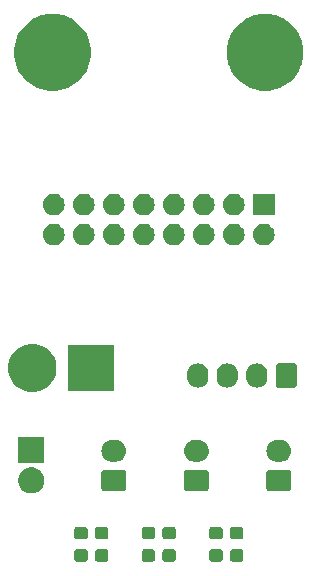
<source format=gbr>
G04 #@! TF.GenerationSoftware,KiCad,Pcbnew,(5.1.4)-1*
G04 #@! TF.CreationDate,2020-03-27T15:16:42-04:00*
G04 #@! TF.ProjectId,extruder_breakout,65787472-7564-4657-925f-627265616b6f,rev?*
G04 #@! TF.SameCoordinates,PX8f0d180PY5f5e100*
G04 #@! TF.FileFunction,Soldermask,Top*
G04 #@! TF.FilePolarity,Negative*
%FSLAX46Y46*%
G04 Gerber Fmt 4.6, Leading zero omitted, Abs format (unit mm)*
G04 Created by KiCad (PCBNEW (5.1.4)-1) date 2020-03-27 15:16:42*
%MOMM*%
%LPD*%
G04 APERTURE LIST*
%ADD10C,0.100000*%
G04 APERTURE END LIST*
D10*
G36*
X-4465609Y2425871D02*
G01*
X-4418701Y2411642D01*
X-4375465Y2388532D01*
X-4337569Y2357431D01*
X-4306468Y2319535D01*
X-4283358Y2276299D01*
X-4269129Y2229391D01*
X-4264200Y2179349D01*
X-4264200Y1630651D01*
X-4269129Y1580609D01*
X-4283358Y1533701D01*
X-4306468Y1490465D01*
X-4337569Y1452569D01*
X-4375465Y1421468D01*
X-4418701Y1398358D01*
X-4465609Y1384129D01*
X-4515651Y1379200D01*
X-5164349Y1379200D01*
X-5214391Y1384129D01*
X-5261299Y1398358D01*
X-5304535Y1421468D01*
X-5342431Y1452569D01*
X-5373532Y1490465D01*
X-5396642Y1533701D01*
X-5410871Y1580609D01*
X-5415800Y1630651D01*
X-5415800Y2179349D01*
X-5410871Y2229391D01*
X-5396642Y2276299D01*
X-5373532Y2319535D01*
X-5342431Y2357431D01*
X-5304535Y2388532D01*
X-5261299Y2411642D01*
X-5214391Y2425871D01*
X-5164349Y2430800D01*
X-4515651Y2430800D01*
X-4465609Y2425871D01*
X-4465609Y2425871D01*
G37*
G36*
X-6215609Y2425871D02*
G01*
X-6168701Y2411642D01*
X-6125465Y2388532D01*
X-6087569Y2357431D01*
X-6056468Y2319535D01*
X-6033358Y2276299D01*
X-6019129Y2229391D01*
X-6014200Y2179349D01*
X-6014200Y1630651D01*
X-6019129Y1580609D01*
X-6033358Y1533701D01*
X-6056468Y1490465D01*
X-6087569Y1452569D01*
X-6125465Y1421468D01*
X-6168701Y1398358D01*
X-6215609Y1384129D01*
X-6265651Y1379200D01*
X-6914349Y1379200D01*
X-6964391Y1384129D01*
X-7011299Y1398358D01*
X-7054535Y1421468D01*
X-7092431Y1452569D01*
X-7123532Y1490465D01*
X-7146642Y1533701D01*
X-7160871Y1580609D01*
X-7165800Y1630651D01*
X-7165800Y2179349D01*
X-7160871Y2229391D01*
X-7146642Y2276299D01*
X-7123532Y2319535D01*
X-7092431Y2357431D01*
X-7054535Y2388532D01*
X-7011299Y2411642D01*
X-6964391Y2425871D01*
X-6914349Y2430800D01*
X-6265651Y2430800D01*
X-6215609Y2425871D01*
X-6215609Y2425871D01*
G37*
G36*
X6964391Y2425871D02*
G01*
X7011299Y2411642D01*
X7054535Y2388532D01*
X7092431Y2357431D01*
X7123532Y2319535D01*
X7146642Y2276299D01*
X7160871Y2229391D01*
X7165800Y2179349D01*
X7165800Y1630651D01*
X7160871Y1580609D01*
X7146642Y1533701D01*
X7123532Y1490465D01*
X7092431Y1452569D01*
X7054535Y1421468D01*
X7011299Y1398358D01*
X6964391Y1384129D01*
X6914349Y1379200D01*
X6265651Y1379200D01*
X6215609Y1384129D01*
X6168701Y1398358D01*
X6125465Y1421468D01*
X6087569Y1452569D01*
X6056468Y1490465D01*
X6033358Y1533701D01*
X6019129Y1580609D01*
X6014200Y1630651D01*
X6014200Y2179349D01*
X6019129Y2229391D01*
X6033358Y2276299D01*
X6056468Y2319535D01*
X6087569Y2357431D01*
X6125465Y2388532D01*
X6168701Y2411642D01*
X6215609Y2425871D01*
X6265651Y2430800D01*
X6914349Y2430800D01*
X6964391Y2425871D01*
X6964391Y2425871D01*
G37*
G36*
X1249391Y2425871D02*
G01*
X1296299Y2411642D01*
X1339535Y2388532D01*
X1377431Y2357431D01*
X1408532Y2319535D01*
X1431642Y2276299D01*
X1445871Y2229391D01*
X1450800Y2179349D01*
X1450800Y1630651D01*
X1445871Y1580609D01*
X1431642Y1533701D01*
X1408532Y1490465D01*
X1377431Y1452569D01*
X1339535Y1421468D01*
X1296299Y1398358D01*
X1249391Y1384129D01*
X1199349Y1379200D01*
X550651Y1379200D01*
X500609Y1384129D01*
X453701Y1398358D01*
X410465Y1421468D01*
X372569Y1452569D01*
X341468Y1490465D01*
X318358Y1533701D01*
X304129Y1580609D01*
X299200Y1630651D01*
X299200Y2179349D01*
X304129Y2229391D01*
X318358Y2276299D01*
X341468Y2319535D01*
X372569Y2357431D01*
X410465Y2388532D01*
X453701Y2411642D01*
X500609Y2425871D01*
X550651Y2430800D01*
X1199349Y2430800D01*
X1249391Y2425871D01*
X1249391Y2425871D01*
G37*
G36*
X-500609Y2425871D02*
G01*
X-453701Y2411642D01*
X-410465Y2388532D01*
X-372569Y2357431D01*
X-341468Y2319535D01*
X-318358Y2276299D01*
X-304129Y2229391D01*
X-299200Y2179349D01*
X-299200Y1630651D01*
X-304129Y1580609D01*
X-318358Y1533701D01*
X-341468Y1490465D01*
X-372569Y1452569D01*
X-410465Y1421468D01*
X-453701Y1398358D01*
X-500609Y1384129D01*
X-550651Y1379200D01*
X-1199349Y1379200D01*
X-1249391Y1384129D01*
X-1296299Y1398358D01*
X-1339535Y1421468D01*
X-1377431Y1452569D01*
X-1408532Y1490465D01*
X-1431642Y1533701D01*
X-1445871Y1580609D01*
X-1450800Y1630651D01*
X-1450800Y2179349D01*
X-1445871Y2229391D01*
X-1431642Y2276299D01*
X-1408532Y2319535D01*
X-1377431Y2357431D01*
X-1339535Y2388532D01*
X-1296299Y2411642D01*
X-1249391Y2425871D01*
X-1199349Y2430800D01*
X-550651Y2430800D01*
X-500609Y2425871D01*
X-500609Y2425871D01*
G37*
G36*
X5214391Y2425871D02*
G01*
X5261299Y2411642D01*
X5304535Y2388532D01*
X5342431Y2357431D01*
X5373532Y2319535D01*
X5396642Y2276299D01*
X5410871Y2229391D01*
X5415800Y2179349D01*
X5415800Y1630651D01*
X5410871Y1580609D01*
X5396642Y1533701D01*
X5373532Y1490465D01*
X5342431Y1452569D01*
X5304535Y1421468D01*
X5261299Y1398358D01*
X5214391Y1384129D01*
X5164349Y1379200D01*
X4515651Y1379200D01*
X4465609Y1384129D01*
X4418701Y1398358D01*
X4375465Y1421468D01*
X4337569Y1452569D01*
X4306468Y1490465D01*
X4283358Y1533701D01*
X4269129Y1580609D01*
X4264200Y1630651D01*
X4264200Y2179349D01*
X4269129Y2229391D01*
X4283358Y2276299D01*
X4306468Y2319535D01*
X4337569Y2357431D01*
X4375465Y2388532D01*
X4418701Y2411642D01*
X4465609Y2425871D01*
X4515651Y2430800D01*
X5164349Y2430800D01*
X5214391Y2425871D01*
X5214391Y2425871D01*
G37*
G36*
X-500609Y4330871D02*
G01*
X-453701Y4316642D01*
X-410465Y4293532D01*
X-372569Y4262431D01*
X-341468Y4224535D01*
X-318358Y4181299D01*
X-304129Y4134391D01*
X-299200Y4084349D01*
X-299200Y3535651D01*
X-304129Y3485609D01*
X-318358Y3438701D01*
X-341468Y3395465D01*
X-372569Y3357569D01*
X-410465Y3326468D01*
X-453701Y3303358D01*
X-500609Y3289129D01*
X-550651Y3284200D01*
X-1199349Y3284200D01*
X-1249391Y3289129D01*
X-1296299Y3303358D01*
X-1339535Y3326468D01*
X-1377431Y3357569D01*
X-1408532Y3395465D01*
X-1431642Y3438701D01*
X-1445871Y3485609D01*
X-1450800Y3535651D01*
X-1450800Y4084349D01*
X-1445871Y4134391D01*
X-1431642Y4181299D01*
X-1408532Y4224535D01*
X-1377431Y4262431D01*
X-1339535Y4293532D01*
X-1296299Y4316642D01*
X-1249391Y4330871D01*
X-1199349Y4335800D01*
X-550651Y4335800D01*
X-500609Y4330871D01*
X-500609Y4330871D01*
G37*
G36*
X6964391Y4330871D02*
G01*
X7011299Y4316642D01*
X7054535Y4293532D01*
X7092431Y4262431D01*
X7123532Y4224535D01*
X7146642Y4181299D01*
X7160871Y4134391D01*
X7165800Y4084349D01*
X7165800Y3535651D01*
X7160871Y3485609D01*
X7146642Y3438701D01*
X7123532Y3395465D01*
X7092431Y3357569D01*
X7054535Y3326468D01*
X7011299Y3303358D01*
X6964391Y3289129D01*
X6914349Y3284200D01*
X6265651Y3284200D01*
X6215609Y3289129D01*
X6168701Y3303358D01*
X6125465Y3326468D01*
X6087569Y3357569D01*
X6056468Y3395465D01*
X6033358Y3438701D01*
X6019129Y3485609D01*
X6014200Y3535651D01*
X6014200Y4084349D01*
X6019129Y4134391D01*
X6033358Y4181299D01*
X6056468Y4224535D01*
X6087569Y4262431D01*
X6125465Y4293532D01*
X6168701Y4316642D01*
X6215609Y4330871D01*
X6265651Y4335800D01*
X6914349Y4335800D01*
X6964391Y4330871D01*
X6964391Y4330871D01*
G37*
G36*
X5214391Y4330871D02*
G01*
X5261299Y4316642D01*
X5304535Y4293532D01*
X5342431Y4262431D01*
X5373532Y4224535D01*
X5396642Y4181299D01*
X5410871Y4134391D01*
X5415800Y4084349D01*
X5415800Y3535651D01*
X5410871Y3485609D01*
X5396642Y3438701D01*
X5373532Y3395465D01*
X5342431Y3357569D01*
X5304535Y3326468D01*
X5261299Y3303358D01*
X5214391Y3289129D01*
X5164349Y3284200D01*
X4515651Y3284200D01*
X4465609Y3289129D01*
X4418701Y3303358D01*
X4375465Y3326468D01*
X4337569Y3357569D01*
X4306468Y3395465D01*
X4283358Y3438701D01*
X4269129Y3485609D01*
X4264200Y3535651D01*
X4264200Y4084349D01*
X4269129Y4134391D01*
X4283358Y4181299D01*
X4306468Y4224535D01*
X4337569Y4262431D01*
X4375465Y4293532D01*
X4418701Y4316642D01*
X4465609Y4330871D01*
X4515651Y4335800D01*
X5164349Y4335800D01*
X5214391Y4330871D01*
X5214391Y4330871D01*
G37*
G36*
X-4465609Y4330871D02*
G01*
X-4418701Y4316642D01*
X-4375465Y4293532D01*
X-4337569Y4262431D01*
X-4306468Y4224535D01*
X-4283358Y4181299D01*
X-4269129Y4134391D01*
X-4264200Y4084349D01*
X-4264200Y3535651D01*
X-4269129Y3485609D01*
X-4283358Y3438701D01*
X-4306468Y3395465D01*
X-4337569Y3357569D01*
X-4375465Y3326468D01*
X-4418701Y3303358D01*
X-4465609Y3289129D01*
X-4515651Y3284200D01*
X-5164349Y3284200D01*
X-5214391Y3289129D01*
X-5261299Y3303358D01*
X-5304535Y3326468D01*
X-5342431Y3357569D01*
X-5373532Y3395465D01*
X-5396642Y3438701D01*
X-5410871Y3485609D01*
X-5415800Y3535651D01*
X-5415800Y4084349D01*
X-5410871Y4134391D01*
X-5396642Y4181299D01*
X-5373532Y4224535D01*
X-5342431Y4262431D01*
X-5304535Y4293532D01*
X-5261299Y4316642D01*
X-5214391Y4330871D01*
X-5164349Y4335800D01*
X-4515651Y4335800D01*
X-4465609Y4330871D01*
X-4465609Y4330871D01*
G37*
G36*
X-6215609Y4330871D02*
G01*
X-6168701Y4316642D01*
X-6125465Y4293532D01*
X-6087569Y4262431D01*
X-6056468Y4224535D01*
X-6033358Y4181299D01*
X-6019129Y4134391D01*
X-6014200Y4084349D01*
X-6014200Y3535651D01*
X-6019129Y3485609D01*
X-6033358Y3438701D01*
X-6056468Y3395465D01*
X-6087569Y3357569D01*
X-6125465Y3326468D01*
X-6168701Y3303358D01*
X-6215609Y3289129D01*
X-6265651Y3284200D01*
X-6914349Y3284200D01*
X-6964391Y3289129D01*
X-7011299Y3303358D01*
X-7054535Y3326468D01*
X-7092431Y3357569D01*
X-7123532Y3395465D01*
X-7146642Y3438701D01*
X-7160871Y3485609D01*
X-7165800Y3535651D01*
X-7165800Y4084349D01*
X-7160871Y4134391D01*
X-7146642Y4181299D01*
X-7123532Y4224535D01*
X-7092431Y4262431D01*
X-7054535Y4293532D01*
X-7011299Y4316642D01*
X-6964391Y4330871D01*
X-6914349Y4335800D01*
X-6265651Y4335800D01*
X-6215609Y4330871D01*
X-6215609Y4330871D01*
G37*
G36*
X1249391Y4330871D02*
G01*
X1296299Y4316642D01*
X1339535Y4293532D01*
X1377431Y4262431D01*
X1408532Y4224535D01*
X1431642Y4181299D01*
X1445871Y4134391D01*
X1450800Y4084349D01*
X1450800Y3535651D01*
X1445871Y3485609D01*
X1431642Y3438701D01*
X1408532Y3395465D01*
X1377431Y3357569D01*
X1339535Y3326468D01*
X1296299Y3303358D01*
X1249391Y3289129D01*
X1199349Y3284200D01*
X550651Y3284200D01*
X500609Y3289129D01*
X453701Y3303358D01*
X410465Y3326468D01*
X372569Y3357569D01*
X341468Y3395465D01*
X318358Y3438701D01*
X304129Y3485609D01*
X299200Y3535651D01*
X299200Y4084349D01*
X304129Y4134391D01*
X318358Y4181299D01*
X341468Y4224535D01*
X372569Y4262431D01*
X410465Y4293532D01*
X453701Y4316642D01*
X500609Y4330871D01*
X550651Y4335800D01*
X1199349Y4335800D01*
X1249391Y4330871D01*
X1249391Y4330871D01*
G37*
G36*
X-10473909Y9313497D02*
G01*
X-10273576Y9230516D01*
X-10093281Y9110047D01*
X-9939953Y8956719D01*
X-9819484Y8776424D01*
X-9736503Y8576091D01*
X-9694200Y8363419D01*
X-9694200Y8146581D01*
X-9736503Y7933909D01*
X-9819484Y7733576D01*
X-9939953Y7553281D01*
X-10093281Y7399953D01*
X-10273576Y7279484D01*
X-10473909Y7196503D01*
X-10686581Y7154200D01*
X-10903419Y7154200D01*
X-11116091Y7196503D01*
X-11316424Y7279484D01*
X-11496719Y7399953D01*
X-11650047Y7553281D01*
X-11770516Y7733576D01*
X-11853497Y7933909D01*
X-11895800Y8146581D01*
X-11895800Y8363419D01*
X-11853497Y8576091D01*
X-11770516Y8776424D01*
X-11650047Y8956719D01*
X-11496719Y9110047D01*
X-11316424Y9230516D01*
X-11116091Y9313497D01*
X-10903419Y9355800D01*
X-10686581Y9355800D01*
X-10473909Y9313497D01*
X-10473909Y9313497D01*
G37*
G36*
X-2958043Y9150933D02*
G01*
X-2911734Y9136885D01*
X-2869049Y9114069D01*
X-2831635Y9083365D01*
X-2800931Y9045951D01*
X-2778115Y9003266D01*
X-2764067Y8956957D01*
X-2759200Y8907538D01*
X-2759200Y7602462D01*
X-2764067Y7553043D01*
X-2778115Y7506734D01*
X-2800931Y7464049D01*
X-2831635Y7426635D01*
X-2869049Y7395931D01*
X-2911734Y7373115D01*
X-2958043Y7359067D01*
X-3007462Y7354200D01*
X-4612538Y7354200D01*
X-4661957Y7359067D01*
X-4708266Y7373115D01*
X-4750951Y7395931D01*
X-4788365Y7426635D01*
X-4819069Y7464049D01*
X-4841885Y7506734D01*
X-4855933Y7553043D01*
X-4860800Y7602462D01*
X-4860800Y8907538D01*
X-4855933Y8956957D01*
X-4841885Y9003266D01*
X-4819069Y9045951D01*
X-4788365Y9083365D01*
X-4750951Y9114069D01*
X-4708266Y9136885D01*
X-4661957Y9150933D01*
X-4612538Y9155800D01*
X-3007462Y9155800D01*
X-2958043Y9150933D01*
X-2958043Y9150933D01*
G37*
G36*
X11011957Y9150933D02*
G01*
X11058266Y9136885D01*
X11100951Y9114069D01*
X11138365Y9083365D01*
X11169069Y9045951D01*
X11191885Y9003266D01*
X11205933Y8956957D01*
X11210800Y8907538D01*
X11210800Y7602462D01*
X11205933Y7553043D01*
X11191885Y7506734D01*
X11169069Y7464049D01*
X11138365Y7426635D01*
X11100951Y7395931D01*
X11058266Y7373115D01*
X11011957Y7359067D01*
X10962538Y7354200D01*
X9357462Y7354200D01*
X9308043Y7359067D01*
X9261734Y7373115D01*
X9219049Y7395931D01*
X9181635Y7426635D01*
X9150931Y7464049D01*
X9128115Y7506734D01*
X9114067Y7553043D01*
X9109200Y7602462D01*
X9109200Y8907538D01*
X9114067Y8956957D01*
X9128115Y9003266D01*
X9150931Y9045951D01*
X9181635Y9083365D01*
X9219049Y9114069D01*
X9261734Y9136885D01*
X9308043Y9150933D01*
X9357462Y9155800D01*
X10962538Y9155800D01*
X11011957Y9150933D01*
X11011957Y9150933D01*
G37*
G36*
X4026957Y9150933D02*
G01*
X4073266Y9136885D01*
X4115951Y9114069D01*
X4153365Y9083365D01*
X4184069Y9045951D01*
X4206885Y9003266D01*
X4220933Y8956957D01*
X4225800Y8907538D01*
X4225800Y7602462D01*
X4220933Y7553043D01*
X4206885Y7506734D01*
X4184069Y7464049D01*
X4153365Y7426635D01*
X4115951Y7395931D01*
X4073266Y7373115D01*
X4026957Y7359067D01*
X3977538Y7354200D01*
X2372462Y7354200D01*
X2323043Y7359067D01*
X2276734Y7373115D01*
X2234049Y7395931D01*
X2196635Y7426635D01*
X2165931Y7464049D01*
X2143115Y7506734D01*
X2129067Y7553043D01*
X2124200Y7602462D01*
X2124200Y8907538D01*
X2129067Y8956957D01*
X2143115Y9003266D01*
X2165931Y9045951D01*
X2196635Y9083365D01*
X2234049Y9114069D01*
X2276734Y9136885D01*
X2323043Y9150933D01*
X2372462Y9155800D01*
X3977538Y9155800D01*
X4026957Y9150933D01*
X4026957Y9150933D01*
G37*
G36*
X-9694200Y9694200D02*
G01*
X-11895800Y9694200D01*
X-11895800Y11895800D01*
X-9694200Y11895800D01*
X-9694200Y9694200D01*
X-9694200Y9694200D01*
G37*
G36*
X-3483412Y11642766D02*
G01*
X-3483409Y11642765D01*
X-3313612Y11591258D01*
X-3157122Y11507612D01*
X-3019957Y11395043D01*
X-2907388Y11257878D01*
X-2823742Y11101388D01*
X-2778125Y10951008D01*
X-2772234Y10931588D01*
X-2754842Y10755000D01*
X-2772234Y10578412D01*
X-2772235Y10578409D01*
X-2823742Y10408612D01*
X-2907388Y10252122D01*
X-3019957Y10114957D01*
X-3157122Y10002388D01*
X-3313612Y9918742D01*
X-3463992Y9873125D01*
X-3483412Y9867234D01*
X-3615751Y9854200D01*
X-4004249Y9854200D01*
X-4136588Y9867234D01*
X-4156008Y9873125D01*
X-4306388Y9918742D01*
X-4462878Y10002388D01*
X-4600043Y10114957D01*
X-4712612Y10252122D01*
X-4796258Y10408612D01*
X-4847765Y10578409D01*
X-4847766Y10578412D01*
X-4865158Y10755000D01*
X-4847766Y10931588D01*
X-4841875Y10951008D01*
X-4796258Y11101388D01*
X-4712612Y11257878D01*
X-4600043Y11395043D01*
X-4462878Y11507612D01*
X-4306388Y11591258D01*
X-4136591Y11642765D01*
X-4136588Y11642766D01*
X-4004249Y11655800D01*
X-3615751Y11655800D01*
X-3483412Y11642766D01*
X-3483412Y11642766D01*
G37*
G36*
X10486588Y11642766D02*
G01*
X10486591Y11642765D01*
X10656388Y11591258D01*
X10812878Y11507612D01*
X10950043Y11395043D01*
X11062612Y11257878D01*
X11146258Y11101388D01*
X11191875Y10951008D01*
X11197766Y10931588D01*
X11215158Y10755000D01*
X11197766Y10578412D01*
X11197765Y10578409D01*
X11146258Y10408612D01*
X11062612Y10252122D01*
X10950043Y10114957D01*
X10812878Y10002388D01*
X10656388Y9918742D01*
X10506008Y9873125D01*
X10486588Y9867234D01*
X10354249Y9854200D01*
X9965751Y9854200D01*
X9833412Y9867234D01*
X9813992Y9873125D01*
X9663612Y9918742D01*
X9507122Y10002388D01*
X9369957Y10114957D01*
X9257388Y10252122D01*
X9173742Y10408612D01*
X9122235Y10578409D01*
X9122234Y10578412D01*
X9104842Y10755000D01*
X9122234Y10931588D01*
X9128125Y10951008D01*
X9173742Y11101388D01*
X9257388Y11257878D01*
X9369957Y11395043D01*
X9507122Y11507612D01*
X9663612Y11591258D01*
X9833409Y11642765D01*
X9833412Y11642766D01*
X9965751Y11655800D01*
X10354249Y11655800D01*
X10486588Y11642766D01*
X10486588Y11642766D01*
G37*
G36*
X3501588Y11642766D02*
G01*
X3501591Y11642765D01*
X3671388Y11591258D01*
X3827878Y11507612D01*
X3965043Y11395043D01*
X4077612Y11257878D01*
X4161258Y11101388D01*
X4206875Y10951008D01*
X4212766Y10931588D01*
X4230158Y10755000D01*
X4212766Y10578412D01*
X4212765Y10578409D01*
X4161258Y10408612D01*
X4077612Y10252122D01*
X3965043Y10114957D01*
X3827878Y10002388D01*
X3671388Y9918742D01*
X3521008Y9873125D01*
X3501588Y9867234D01*
X3369249Y9854200D01*
X2980751Y9854200D01*
X2848412Y9867234D01*
X2828992Y9873125D01*
X2678612Y9918742D01*
X2522122Y10002388D01*
X2384957Y10114957D01*
X2272388Y10252122D01*
X2188742Y10408612D01*
X2137235Y10578409D01*
X2137234Y10578412D01*
X2119842Y10755000D01*
X2137234Y10931588D01*
X2143125Y10951008D01*
X2188742Y11101388D01*
X2272388Y11257878D01*
X2384957Y11395043D01*
X2522122Y11507612D01*
X2678612Y11591258D01*
X2848409Y11642765D01*
X2848412Y11642766D01*
X2980751Y11655800D01*
X3369249Y11655800D01*
X3501588Y11642766D01*
X3501588Y11642766D01*
G37*
G36*
X-10116804Y19751989D02*
G01*
X-9908636Y19665763D01*
X-9743578Y19597394D01*
X-9407693Y19372962D01*
X-9122038Y19087307D01*
X-8897606Y18751422D01*
X-8829237Y18586364D01*
X-8743011Y18378196D01*
X-8664200Y17981986D01*
X-8664200Y17578014D01*
X-8743011Y17181804D01*
X-8828359Y16975756D01*
X-8897606Y16808578D01*
X-9122038Y16472693D01*
X-9407693Y16187038D01*
X-9743578Y15962606D01*
X-9908636Y15894237D01*
X-10116804Y15808011D01*
X-10513014Y15729200D01*
X-10916986Y15729200D01*
X-11313196Y15808011D01*
X-11521364Y15894237D01*
X-11686422Y15962606D01*
X-12022307Y16187038D01*
X-12307962Y16472693D01*
X-12532394Y16808578D01*
X-12601641Y16975756D01*
X-12686989Y17181804D01*
X-12765800Y17578014D01*
X-12765800Y17981986D01*
X-12686989Y18378196D01*
X-12600763Y18586364D01*
X-12532394Y18751422D01*
X-12307962Y19087307D01*
X-12022307Y19372962D01*
X-11686422Y19597394D01*
X-11521364Y19665763D01*
X-11313196Y19751989D01*
X-10916986Y19830800D01*
X-10513014Y19830800D01*
X-10116804Y19751989D01*
X-10116804Y19751989D01*
G37*
G36*
X-3764200Y15829200D02*
G01*
X-7665800Y15829200D01*
X-7665800Y19730800D01*
X-3764200Y19730800D01*
X-3764200Y15829200D01*
X-3764200Y15829200D01*
G37*
G36*
X5971588Y18157766D02*
G01*
X5971591Y18157765D01*
X6141388Y18106258D01*
X6297878Y18022612D01*
X6435043Y17910043D01*
X6547612Y17772878D01*
X6631258Y17616388D01*
X6642898Y17578014D01*
X6682766Y17446587D01*
X6695800Y17314248D01*
X6695800Y16975751D01*
X6682766Y16843412D01*
X6682765Y16843410D01*
X6682765Y16843409D01*
X6631258Y16673612D01*
X6547612Y16517122D01*
X6435043Y16379957D01*
X6297877Y16267388D01*
X6141387Y16183742D01*
X5995101Y16139367D01*
X5971587Y16132234D01*
X5795000Y16114842D01*
X5618412Y16132234D01*
X5594898Y16139367D01*
X5448612Y16183742D01*
X5292122Y16267388D01*
X5154957Y16379957D01*
X5042388Y16517123D01*
X4958742Y16673613D01*
X4907235Y16843410D01*
X4907234Y16843413D01*
X4894200Y16975752D01*
X4894200Y17314249D01*
X4907234Y17446588D01*
X4913125Y17466008D01*
X4958742Y17616388D01*
X5042388Y17772878D01*
X5154957Y17910043D01*
X5292123Y18022612D01*
X5448613Y18106258D01*
X5618410Y18157765D01*
X5618413Y18157766D01*
X5795000Y18175158D01*
X5971588Y18157766D01*
X5971588Y18157766D01*
G37*
G36*
X8471588Y18157766D02*
G01*
X8471591Y18157765D01*
X8641388Y18106258D01*
X8797878Y18022612D01*
X8935043Y17910043D01*
X9047612Y17772878D01*
X9131258Y17616388D01*
X9142898Y17578014D01*
X9182766Y17446587D01*
X9195800Y17314248D01*
X9195800Y16975751D01*
X9182766Y16843412D01*
X9182765Y16843410D01*
X9182765Y16843409D01*
X9131258Y16673612D01*
X9047612Y16517122D01*
X8935043Y16379957D01*
X8797877Y16267388D01*
X8641387Y16183742D01*
X8495101Y16139367D01*
X8471587Y16132234D01*
X8295000Y16114842D01*
X8118412Y16132234D01*
X8094898Y16139367D01*
X7948612Y16183742D01*
X7792122Y16267388D01*
X7654957Y16379957D01*
X7542388Y16517123D01*
X7458742Y16673613D01*
X7407235Y16843410D01*
X7407234Y16843413D01*
X7394200Y16975752D01*
X7394200Y17314249D01*
X7407234Y17446588D01*
X7413125Y17466008D01*
X7458742Y17616388D01*
X7542388Y17772878D01*
X7654957Y17910043D01*
X7792123Y18022612D01*
X7948613Y18106258D01*
X8118410Y18157765D01*
X8118413Y18157766D01*
X8295000Y18175158D01*
X8471588Y18157766D01*
X8471588Y18157766D01*
G37*
G36*
X3471588Y18157766D02*
G01*
X3471591Y18157765D01*
X3641388Y18106258D01*
X3797878Y18022612D01*
X3935043Y17910043D01*
X4047612Y17772878D01*
X4131258Y17616388D01*
X4142898Y17578014D01*
X4182766Y17446587D01*
X4195800Y17314248D01*
X4195800Y16975751D01*
X4182766Y16843412D01*
X4182765Y16843410D01*
X4182765Y16843409D01*
X4131258Y16673612D01*
X4047612Y16517122D01*
X3935043Y16379957D01*
X3797877Y16267388D01*
X3641387Y16183742D01*
X3495101Y16139367D01*
X3471587Y16132234D01*
X3295000Y16114842D01*
X3118412Y16132234D01*
X3094898Y16139367D01*
X2948612Y16183742D01*
X2792122Y16267388D01*
X2654957Y16379957D01*
X2542388Y16517123D01*
X2458742Y16673613D01*
X2407235Y16843410D01*
X2407234Y16843413D01*
X2394200Y16975752D01*
X2394200Y17314249D01*
X2407234Y17446588D01*
X2413125Y17466008D01*
X2458742Y17616388D01*
X2542388Y17772878D01*
X2654957Y17910043D01*
X2792123Y18022612D01*
X2948613Y18106258D01*
X3118410Y18157765D01*
X3118413Y18157766D01*
X3295000Y18175158D01*
X3471588Y18157766D01*
X3471588Y18157766D01*
G37*
G36*
X11496957Y18165933D02*
G01*
X11543266Y18151885D01*
X11585951Y18129069D01*
X11623365Y18098365D01*
X11654069Y18060951D01*
X11676885Y18018266D01*
X11690933Y17971957D01*
X11695800Y17922538D01*
X11695800Y16367462D01*
X11690933Y16318043D01*
X11676885Y16271734D01*
X11654069Y16229049D01*
X11623365Y16191635D01*
X11585951Y16160931D01*
X11543266Y16138115D01*
X11496957Y16124067D01*
X11447538Y16119200D01*
X10142462Y16119200D01*
X10093043Y16124067D01*
X10046734Y16138115D01*
X10004049Y16160931D01*
X9966635Y16191635D01*
X9935931Y16229049D01*
X9913115Y16271734D01*
X9899067Y16318043D01*
X9894200Y16367462D01*
X9894200Y17922538D01*
X9899067Y17971957D01*
X9913115Y18018266D01*
X9935931Y18060951D01*
X9966635Y18098365D01*
X10004049Y18129069D01*
X10046734Y18151885D01*
X10093043Y18165933D01*
X10142462Y18170800D01*
X11447538Y18170800D01*
X11496957Y18165933D01*
X11496957Y18165933D01*
G37*
G36*
X8968502Y29991092D02*
G01*
X9069257Y29981169D01*
X9241617Y29928884D01*
X9400471Y29843975D01*
X9449833Y29803464D01*
X9539707Y29729707D01*
X9613464Y29639833D01*
X9653975Y29590471D01*
X9738884Y29431617D01*
X9791169Y29259257D01*
X9808824Y29080000D01*
X9791169Y28900743D01*
X9738884Y28728383D01*
X9653975Y28569529D01*
X9613464Y28520167D01*
X9539707Y28430293D01*
X9449833Y28356536D01*
X9400471Y28316025D01*
X9241617Y28231116D01*
X9069257Y28178831D01*
X8968502Y28168908D01*
X8934918Y28165600D01*
X8845082Y28165600D01*
X8811498Y28168908D01*
X8710743Y28178831D01*
X8538383Y28231116D01*
X8379529Y28316025D01*
X8330167Y28356536D01*
X8240293Y28430293D01*
X8166536Y28520167D01*
X8126025Y28569529D01*
X8041116Y28728383D01*
X7988831Y28900743D01*
X7971176Y29080000D01*
X7988831Y29259257D01*
X8041116Y29431617D01*
X8126025Y29590471D01*
X8166536Y29639833D01*
X8240293Y29729707D01*
X8330167Y29803464D01*
X8379529Y29843975D01*
X8538383Y29928884D01*
X8710743Y29981169D01*
X8811498Y29991092D01*
X8845082Y29994400D01*
X8934918Y29994400D01*
X8968502Y29991092D01*
X8968502Y29991092D01*
G37*
G36*
X6428502Y29991092D02*
G01*
X6529257Y29981169D01*
X6701617Y29928884D01*
X6860471Y29843975D01*
X6909833Y29803464D01*
X6999707Y29729707D01*
X7073464Y29639833D01*
X7113975Y29590471D01*
X7198884Y29431617D01*
X7251169Y29259257D01*
X7268824Y29080000D01*
X7251169Y28900743D01*
X7198884Y28728383D01*
X7113975Y28569529D01*
X7073464Y28520167D01*
X6999707Y28430293D01*
X6909833Y28356536D01*
X6860471Y28316025D01*
X6701617Y28231116D01*
X6529257Y28178831D01*
X6428502Y28168908D01*
X6394918Y28165600D01*
X6305082Y28165600D01*
X6271498Y28168908D01*
X6170743Y28178831D01*
X5998383Y28231116D01*
X5839529Y28316025D01*
X5790167Y28356536D01*
X5700293Y28430293D01*
X5626536Y28520167D01*
X5586025Y28569529D01*
X5501116Y28728383D01*
X5448831Y28900743D01*
X5431176Y29080000D01*
X5448831Y29259257D01*
X5501116Y29431617D01*
X5586025Y29590471D01*
X5626536Y29639833D01*
X5700293Y29729707D01*
X5790167Y29803464D01*
X5839529Y29843975D01*
X5998383Y29928884D01*
X6170743Y29981169D01*
X6271498Y29991092D01*
X6305082Y29994400D01*
X6394918Y29994400D01*
X6428502Y29991092D01*
X6428502Y29991092D01*
G37*
G36*
X3888502Y29991092D02*
G01*
X3989257Y29981169D01*
X4161617Y29928884D01*
X4320471Y29843975D01*
X4369833Y29803464D01*
X4459707Y29729707D01*
X4533464Y29639833D01*
X4573975Y29590471D01*
X4658884Y29431617D01*
X4711169Y29259257D01*
X4728824Y29080000D01*
X4711169Y28900743D01*
X4658884Y28728383D01*
X4573975Y28569529D01*
X4533464Y28520167D01*
X4459707Y28430293D01*
X4369833Y28356536D01*
X4320471Y28316025D01*
X4161617Y28231116D01*
X3989257Y28178831D01*
X3888502Y28168908D01*
X3854918Y28165600D01*
X3765082Y28165600D01*
X3731498Y28168908D01*
X3630743Y28178831D01*
X3458383Y28231116D01*
X3299529Y28316025D01*
X3250167Y28356536D01*
X3160293Y28430293D01*
X3086536Y28520167D01*
X3046025Y28569529D01*
X2961116Y28728383D01*
X2908831Y28900743D01*
X2891176Y29080000D01*
X2908831Y29259257D01*
X2961116Y29431617D01*
X3046025Y29590471D01*
X3086536Y29639833D01*
X3160293Y29729707D01*
X3250167Y29803464D01*
X3299529Y29843975D01*
X3458383Y29928884D01*
X3630743Y29981169D01*
X3731498Y29991092D01*
X3765082Y29994400D01*
X3854918Y29994400D01*
X3888502Y29991092D01*
X3888502Y29991092D01*
G37*
G36*
X1348502Y29991092D02*
G01*
X1449257Y29981169D01*
X1621617Y29928884D01*
X1780471Y29843975D01*
X1829833Y29803464D01*
X1919707Y29729707D01*
X1993464Y29639833D01*
X2033975Y29590471D01*
X2118884Y29431617D01*
X2171169Y29259257D01*
X2188824Y29080000D01*
X2171169Y28900743D01*
X2118884Y28728383D01*
X2033975Y28569529D01*
X1993464Y28520167D01*
X1919707Y28430293D01*
X1829833Y28356536D01*
X1780471Y28316025D01*
X1621617Y28231116D01*
X1449257Y28178831D01*
X1348502Y28168908D01*
X1314918Y28165600D01*
X1225082Y28165600D01*
X1191498Y28168908D01*
X1090743Y28178831D01*
X918383Y28231116D01*
X759529Y28316025D01*
X710167Y28356536D01*
X620293Y28430293D01*
X546536Y28520167D01*
X506025Y28569529D01*
X421116Y28728383D01*
X368831Y28900743D01*
X351176Y29080000D01*
X368831Y29259257D01*
X421116Y29431617D01*
X506025Y29590471D01*
X546536Y29639833D01*
X620293Y29729707D01*
X710167Y29803464D01*
X759529Y29843975D01*
X918383Y29928884D01*
X1090743Y29981169D01*
X1191498Y29991092D01*
X1225082Y29994400D01*
X1314918Y29994400D01*
X1348502Y29991092D01*
X1348502Y29991092D01*
G37*
G36*
X-1191498Y29991092D02*
G01*
X-1090743Y29981169D01*
X-918383Y29928884D01*
X-759529Y29843975D01*
X-710167Y29803464D01*
X-620293Y29729707D01*
X-546536Y29639833D01*
X-506025Y29590471D01*
X-421116Y29431617D01*
X-368831Y29259257D01*
X-351176Y29080000D01*
X-368831Y28900743D01*
X-421116Y28728383D01*
X-506025Y28569529D01*
X-546536Y28520167D01*
X-620293Y28430293D01*
X-710167Y28356536D01*
X-759529Y28316025D01*
X-918383Y28231116D01*
X-1090743Y28178831D01*
X-1191498Y28168908D01*
X-1225082Y28165600D01*
X-1314918Y28165600D01*
X-1348502Y28168908D01*
X-1449257Y28178831D01*
X-1621617Y28231116D01*
X-1780471Y28316025D01*
X-1829833Y28356536D01*
X-1919707Y28430293D01*
X-1993464Y28520167D01*
X-2033975Y28569529D01*
X-2118884Y28728383D01*
X-2171169Y28900743D01*
X-2188824Y29080000D01*
X-2171169Y29259257D01*
X-2118884Y29431617D01*
X-2033975Y29590471D01*
X-1993464Y29639833D01*
X-1919707Y29729707D01*
X-1829833Y29803464D01*
X-1780471Y29843975D01*
X-1621617Y29928884D01*
X-1449257Y29981169D01*
X-1348502Y29991092D01*
X-1314918Y29994400D01*
X-1225082Y29994400D01*
X-1191498Y29991092D01*
X-1191498Y29991092D01*
G37*
G36*
X-3731498Y29991092D02*
G01*
X-3630743Y29981169D01*
X-3458383Y29928884D01*
X-3299529Y29843975D01*
X-3250167Y29803464D01*
X-3160293Y29729707D01*
X-3086536Y29639833D01*
X-3046025Y29590471D01*
X-2961116Y29431617D01*
X-2908831Y29259257D01*
X-2891176Y29080000D01*
X-2908831Y28900743D01*
X-2961116Y28728383D01*
X-3046025Y28569529D01*
X-3086536Y28520167D01*
X-3160293Y28430293D01*
X-3250167Y28356536D01*
X-3299529Y28316025D01*
X-3458383Y28231116D01*
X-3630743Y28178831D01*
X-3731498Y28168908D01*
X-3765082Y28165600D01*
X-3854918Y28165600D01*
X-3888502Y28168908D01*
X-3989257Y28178831D01*
X-4161617Y28231116D01*
X-4320471Y28316025D01*
X-4369833Y28356536D01*
X-4459707Y28430293D01*
X-4533464Y28520167D01*
X-4573975Y28569529D01*
X-4658884Y28728383D01*
X-4711169Y28900743D01*
X-4728824Y29080000D01*
X-4711169Y29259257D01*
X-4658884Y29431617D01*
X-4573975Y29590471D01*
X-4533464Y29639833D01*
X-4459707Y29729707D01*
X-4369833Y29803464D01*
X-4320471Y29843975D01*
X-4161617Y29928884D01*
X-3989257Y29981169D01*
X-3888502Y29991092D01*
X-3854918Y29994400D01*
X-3765082Y29994400D01*
X-3731498Y29991092D01*
X-3731498Y29991092D01*
G37*
G36*
X-6271498Y29991092D02*
G01*
X-6170743Y29981169D01*
X-5998383Y29928884D01*
X-5839529Y29843975D01*
X-5790167Y29803464D01*
X-5700293Y29729707D01*
X-5626536Y29639833D01*
X-5586025Y29590471D01*
X-5501116Y29431617D01*
X-5448831Y29259257D01*
X-5431176Y29080000D01*
X-5448831Y28900743D01*
X-5501116Y28728383D01*
X-5586025Y28569529D01*
X-5626536Y28520167D01*
X-5700293Y28430293D01*
X-5790167Y28356536D01*
X-5839529Y28316025D01*
X-5998383Y28231116D01*
X-6170743Y28178831D01*
X-6271498Y28168908D01*
X-6305082Y28165600D01*
X-6394918Y28165600D01*
X-6428502Y28168908D01*
X-6529257Y28178831D01*
X-6701617Y28231116D01*
X-6860471Y28316025D01*
X-6909833Y28356536D01*
X-6999707Y28430293D01*
X-7073464Y28520167D01*
X-7113975Y28569529D01*
X-7198884Y28728383D01*
X-7251169Y28900743D01*
X-7268824Y29080000D01*
X-7251169Y29259257D01*
X-7198884Y29431617D01*
X-7113975Y29590471D01*
X-7073464Y29639833D01*
X-6999707Y29729707D01*
X-6909833Y29803464D01*
X-6860471Y29843975D01*
X-6701617Y29928884D01*
X-6529257Y29981169D01*
X-6428502Y29991092D01*
X-6394918Y29994400D01*
X-6305082Y29994400D01*
X-6271498Y29991092D01*
X-6271498Y29991092D01*
G37*
G36*
X-8811498Y29991092D02*
G01*
X-8710743Y29981169D01*
X-8538383Y29928884D01*
X-8379529Y29843975D01*
X-8330167Y29803464D01*
X-8240293Y29729707D01*
X-8166536Y29639833D01*
X-8126025Y29590471D01*
X-8041116Y29431617D01*
X-7988831Y29259257D01*
X-7971176Y29080000D01*
X-7988831Y28900743D01*
X-8041116Y28728383D01*
X-8126025Y28569529D01*
X-8166536Y28520167D01*
X-8240293Y28430293D01*
X-8330167Y28356536D01*
X-8379529Y28316025D01*
X-8538383Y28231116D01*
X-8710743Y28178831D01*
X-8811498Y28168908D01*
X-8845082Y28165600D01*
X-8934918Y28165600D01*
X-8968502Y28168908D01*
X-9069257Y28178831D01*
X-9241617Y28231116D01*
X-9400471Y28316025D01*
X-9449833Y28356536D01*
X-9539707Y28430293D01*
X-9613464Y28520167D01*
X-9653975Y28569529D01*
X-9738884Y28728383D01*
X-9791169Y28900743D01*
X-9808824Y29080000D01*
X-9791169Y29259257D01*
X-9738884Y29431617D01*
X-9653975Y29590471D01*
X-9613464Y29639833D01*
X-9539707Y29729707D01*
X-9449833Y29803464D01*
X-9400471Y29843975D01*
X-9241617Y29928884D01*
X-9069257Y29981169D01*
X-8968502Y29991092D01*
X-8934918Y29994400D01*
X-8845082Y29994400D01*
X-8811498Y29991092D01*
X-8811498Y29991092D01*
G37*
G36*
X-6271498Y32531092D02*
G01*
X-6170743Y32521169D01*
X-5998383Y32468884D01*
X-5839529Y32383975D01*
X-5790167Y32343464D01*
X-5700293Y32269707D01*
X-5626536Y32179833D01*
X-5586025Y32130471D01*
X-5501116Y31971617D01*
X-5448831Y31799257D01*
X-5431176Y31620000D01*
X-5448831Y31440743D01*
X-5501116Y31268383D01*
X-5586025Y31109529D01*
X-5626536Y31060167D01*
X-5700293Y30970293D01*
X-5790167Y30896536D01*
X-5839529Y30856025D01*
X-5998383Y30771116D01*
X-6170743Y30718831D01*
X-6271498Y30708908D01*
X-6305082Y30705600D01*
X-6394918Y30705600D01*
X-6428502Y30708908D01*
X-6529257Y30718831D01*
X-6701617Y30771116D01*
X-6860471Y30856025D01*
X-6909833Y30896536D01*
X-6999707Y30970293D01*
X-7073464Y31060167D01*
X-7113975Y31109529D01*
X-7198884Y31268383D01*
X-7251169Y31440743D01*
X-7268824Y31620000D01*
X-7251169Y31799257D01*
X-7198884Y31971617D01*
X-7113975Y32130471D01*
X-7073464Y32179833D01*
X-6999707Y32269707D01*
X-6909833Y32343464D01*
X-6860471Y32383975D01*
X-6701617Y32468884D01*
X-6529257Y32521169D01*
X-6428502Y32531092D01*
X-6394918Y32534400D01*
X-6305082Y32534400D01*
X-6271498Y32531092D01*
X-6271498Y32531092D01*
G37*
G36*
X1348502Y32531092D02*
G01*
X1449257Y32521169D01*
X1621617Y32468884D01*
X1780471Y32383975D01*
X1829833Y32343464D01*
X1919707Y32269707D01*
X1993464Y32179833D01*
X2033975Y32130471D01*
X2118884Y31971617D01*
X2171169Y31799257D01*
X2188824Y31620000D01*
X2171169Y31440743D01*
X2118884Y31268383D01*
X2033975Y31109529D01*
X1993464Y31060167D01*
X1919707Y30970293D01*
X1829833Y30896536D01*
X1780471Y30856025D01*
X1621617Y30771116D01*
X1449257Y30718831D01*
X1348502Y30708908D01*
X1314918Y30705600D01*
X1225082Y30705600D01*
X1191498Y30708908D01*
X1090743Y30718831D01*
X918383Y30771116D01*
X759529Y30856025D01*
X710167Y30896536D01*
X620293Y30970293D01*
X546536Y31060167D01*
X506025Y31109529D01*
X421116Y31268383D01*
X368831Y31440743D01*
X351176Y31620000D01*
X368831Y31799257D01*
X421116Y31971617D01*
X506025Y32130471D01*
X546536Y32179833D01*
X620293Y32269707D01*
X710167Y32343464D01*
X759529Y32383975D01*
X918383Y32468884D01*
X1090743Y32521169D01*
X1191498Y32531092D01*
X1225082Y32534400D01*
X1314918Y32534400D01*
X1348502Y32531092D01*
X1348502Y32531092D01*
G37*
G36*
X3888502Y32531092D02*
G01*
X3989257Y32521169D01*
X4161617Y32468884D01*
X4320471Y32383975D01*
X4369833Y32343464D01*
X4459707Y32269707D01*
X4533464Y32179833D01*
X4573975Y32130471D01*
X4658884Y31971617D01*
X4711169Y31799257D01*
X4728824Y31620000D01*
X4711169Y31440743D01*
X4658884Y31268383D01*
X4573975Y31109529D01*
X4533464Y31060167D01*
X4459707Y30970293D01*
X4369833Y30896536D01*
X4320471Y30856025D01*
X4161617Y30771116D01*
X3989257Y30718831D01*
X3888502Y30708908D01*
X3854918Y30705600D01*
X3765082Y30705600D01*
X3731498Y30708908D01*
X3630743Y30718831D01*
X3458383Y30771116D01*
X3299529Y30856025D01*
X3250167Y30896536D01*
X3160293Y30970293D01*
X3086536Y31060167D01*
X3046025Y31109529D01*
X2961116Y31268383D01*
X2908831Y31440743D01*
X2891176Y31620000D01*
X2908831Y31799257D01*
X2961116Y31971617D01*
X3046025Y32130471D01*
X3086536Y32179833D01*
X3160293Y32269707D01*
X3250167Y32343464D01*
X3299529Y32383975D01*
X3458383Y32468884D01*
X3630743Y32521169D01*
X3731498Y32531092D01*
X3765082Y32534400D01*
X3854918Y32534400D01*
X3888502Y32531092D01*
X3888502Y32531092D01*
G37*
G36*
X-1191498Y32531092D02*
G01*
X-1090743Y32521169D01*
X-918383Y32468884D01*
X-759529Y32383975D01*
X-710167Y32343464D01*
X-620293Y32269707D01*
X-546536Y32179833D01*
X-506025Y32130471D01*
X-421116Y31971617D01*
X-368831Y31799257D01*
X-351176Y31620000D01*
X-368831Y31440743D01*
X-421116Y31268383D01*
X-506025Y31109529D01*
X-546536Y31060167D01*
X-620293Y30970293D01*
X-710167Y30896536D01*
X-759529Y30856025D01*
X-918383Y30771116D01*
X-1090743Y30718831D01*
X-1191498Y30708908D01*
X-1225082Y30705600D01*
X-1314918Y30705600D01*
X-1348502Y30708908D01*
X-1449257Y30718831D01*
X-1621617Y30771116D01*
X-1780471Y30856025D01*
X-1829833Y30896536D01*
X-1919707Y30970293D01*
X-1993464Y31060167D01*
X-2033975Y31109529D01*
X-2118884Y31268383D01*
X-2171169Y31440743D01*
X-2188824Y31620000D01*
X-2171169Y31799257D01*
X-2118884Y31971617D01*
X-2033975Y32130471D01*
X-1993464Y32179833D01*
X-1919707Y32269707D01*
X-1829833Y32343464D01*
X-1780471Y32383975D01*
X-1621617Y32468884D01*
X-1449257Y32521169D01*
X-1348502Y32531092D01*
X-1314918Y32534400D01*
X-1225082Y32534400D01*
X-1191498Y32531092D01*
X-1191498Y32531092D01*
G37*
G36*
X6428502Y32531092D02*
G01*
X6529257Y32521169D01*
X6701617Y32468884D01*
X6860471Y32383975D01*
X6909833Y32343464D01*
X6999707Y32269707D01*
X7073464Y32179833D01*
X7113975Y32130471D01*
X7198884Y31971617D01*
X7251169Y31799257D01*
X7268824Y31620000D01*
X7251169Y31440743D01*
X7198884Y31268383D01*
X7113975Y31109529D01*
X7073464Y31060167D01*
X6999707Y30970293D01*
X6909833Y30896536D01*
X6860471Y30856025D01*
X6701617Y30771116D01*
X6529257Y30718831D01*
X6428502Y30708908D01*
X6394918Y30705600D01*
X6305082Y30705600D01*
X6271498Y30708908D01*
X6170743Y30718831D01*
X5998383Y30771116D01*
X5839529Y30856025D01*
X5790167Y30896536D01*
X5700293Y30970293D01*
X5626536Y31060167D01*
X5586025Y31109529D01*
X5501116Y31268383D01*
X5448831Y31440743D01*
X5431176Y31620000D01*
X5448831Y31799257D01*
X5501116Y31971617D01*
X5586025Y32130471D01*
X5626536Y32179833D01*
X5700293Y32269707D01*
X5790167Y32343464D01*
X5839529Y32383975D01*
X5998383Y32468884D01*
X6170743Y32521169D01*
X6271498Y32531092D01*
X6305082Y32534400D01*
X6394918Y32534400D01*
X6428502Y32531092D01*
X6428502Y32531092D01*
G37*
G36*
X-3731498Y32531092D02*
G01*
X-3630743Y32521169D01*
X-3458383Y32468884D01*
X-3299529Y32383975D01*
X-3250167Y32343464D01*
X-3160293Y32269707D01*
X-3086536Y32179833D01*
X-3046025Y32130471D01*
X-2961116Y31971617D01*
X-2908831Y31799257D01*
X-2891176Y31620000D01*
X-2908831Y31440743D01*
X-2961116Y31268383D01*
X-3046025Y31109529D01*
X-3086536Y31060167D01*
X-3160293Y30970293D01*
X-3250167Y30896536D01*
X-3299529Y30856025D01*
X-3458383Y30771116D01*
X-3630743Y30718831D01*
X-3731498Y30708908D01*
X-3765082Y30705600D01*
X-3854918Y30705600D01*
X-3888502Y30708908D01*
X-3989257Y30718831D01*
X-4161617Y30771116D01*
X-4320471Y30856025D01*
X-4369833Y30896536D01*
X-4459707Y30970293D01*
X-4533464Y31060167D01*
X-4573975Y31109529D01*
X-4658884Y31268383D01*
X-4711169Y31440743D01*
X-4728824Y31620000D01*
X-4711169Y31799257D01*
X-4658884Y31971617D01*
X-4573975Y32130471D01*
X-4533464Y32179833D01*
X-4459707Y32269707D01*
X-4369833Y32343464D01*
X-4320471Y32383975D01*
X-4161617Y32468884D01*
X-3989257Y32521169D01*
X-3888502Y32531092D01*
X-3854918Y32534400D01*
X-3765082Y32534400D01*
X-3731498Y32531092D01*
X-3731498Y32531092D01*
G37*
G36*
X9804400Y30705600D02*
G01*
X7975600Y30705600D01*
X7975600Y32534400D01*
X9804400Y32534400D01*
X9804400Y30705600D01*
X9804400Y30705600D01*
G37*
G36*
X-8811498Y32531092D02*
G01*
X-8710743Y32521169D01*
X-8538383Y32468884D01*
X-8379529Y32383975D01*
X-8330167Y32343464D01*
X-8240293Y32269707D01*
X-8166536Y32179833D01*
X-8126025Y32130471D01*
X-8041116Y31971617D01*
X-7988831Y31799257D01*
X-7971176Y31620000D01*
X-7988831Y31440743D01*
X-8041116Y31268383D01*
X-8126025Y31109529D01*
X-8166536Y31060167D01*
X-8240293Y30970293D01*
X-8330167Y30896536D01*
X-8379529Y30856025D01*
X-8538383Y30771116D01*
X-8710743Y30718831D01*
X-8811498Y30708908D01*
X-8845082Y30705600D01*
X-8934918Y30705600D01*
X-8968502Y30708908D01*
X-9069257Y30718831D01*
X-9241617Y30771116D01*
X-9400471Y30856025D01*
X-9449833Y30896536D01*
X-9539707Y30970293D01*
X-9613464Y31060167D01*
X-9653975Y31109529D01*
X-9738884Y31268383D01*
X-9791169Y31440743D01*
X-9808824Y31620000D01*
X-9791169Y31799257D01*
X-9738884Y31971617D01*
X-9653975Y32130471D01*
X-9613464Y32179833D01*
X-9539707Y32269707D01*
X-9449833Y32343464D01*
X-9400471Y32383975D01*
X-9241617Y32468884D01*
X-9069257Y32521169D01*
X-8968502Y32531092D01*
X-8934918Y32534400D01*
X-8845082Y32534400D01*
X-8811498Y32531092D01*
X-8811498Y32531092D01*
G37*
G36*
X-8051777Y47625873D02*
G01*
X-7721802Y47489193D01*
X-7460165Y47380820D01*
X-6927738Y47025063D01*
X-6474937Y46572262D01*
X-6119180Y46039835D01*
X-6010807Y45778198D01*
X-5874127Y45448223D01*
X-5749200Y44820176D01*
X-5749200Y44179824D01*
X-5874127Y43551777D01*
X-6010807Y43221802D01*
X-6119180Y42960165D01*
X-6474937Y42427738D01*
X-6927738Y41974937D01*
X-7460165Y41619180D01*
X-7721802Y41510807D01*
X-8051777Y41374127D01*
X-8679824Y41249200D01*
X-9320176Y41249200D01*
X-9948223Y41374127D01*
X-10278198Y41510807D01*
X-10539835Y41619180D01*
X-11072262Y41974937D01*
X-11525063Y42427738D01*
X-11880820Y42960165D01*
X-11989193Y43221802D01*
X-12125873Y43551777D01*
X-12250800Y44179824D01*
X-12250800Y44820176D01*
X-12125873Y45448223D01*
X-11989193Y45778198D01*
X-11880820Y46039835D01*
X-11525063Y46572262D01*
X-11072262Y47025063D01*
X-10539835Y47380820D01*
X-10278198Y47489193D01*
X-9948223Y47625873D01*
X-9320176Y47750800D01*
X-8679824Y47750800D01*
X-8051777Y47625873D01*
X-8051777Y47625873D01*
G37*
G36*
X9948223Y47625873D02*
G01*
X10278198Y47489193D01*
X10539835Y47380820D01*
X11072262Y47025063D01*
X11525063Y46572262D01*
X11880820Y46039835D01*
X11989193Y45778198D01*
X12125873Y45448223D01*
X12250800Y44820176D01*
X12250800Y44179824D01*
X12125873Y43551777D01*
X11989193Y43221802D01*
X11880820Y42960165D01*
X11525063Y42427738D01*
X11072262Y41974937D01*
X10539835Y41619180D01*
X10278198Y41510807D01*
X9948223Y41374127D01*
X9320176Y41249200D01*
X8679824Y41249200D01*
X8051777Y41374127D01*
X7721802Y41510807D01*
X7460165Y41619180D01*
X6927738Y41974937D01*
X6474937Y42427738D01*
X6119180Y42960165D01*
X6010807Y43221802D01*
X5874127Y43551777D01*
X5749200Y44179824D01*
X5749200Y44820176D01*
X5874127Y45448223D01*
X6010807Y45778198D01*
X6119180Y46039835D01*
X6474937Y46572262D01*
X6927738Y47025063D01*
X7460165Y47380820D01*
X7721802Y47489193D01*
X8051777Y47625873D01*
X8679824Y47750800D01*
X9320176Y47750800D01*
X9948223Y47625873D01*
X9948223Y47625873D01*
G37*
M02*

</source>
